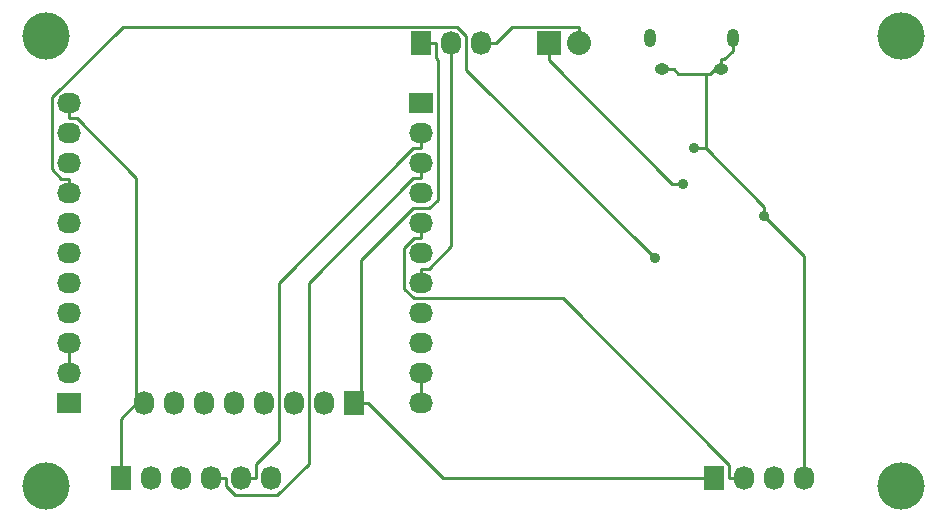
<source format=gbr>
G04 #@! TF.FileFunction,Copper,L2,Bot,Signal*
%FSLAX46Y46*%
G04 Gerber Fmt 4.6, Leading zero omitted, Abs format (unit mm)*
G04 Created by KiCad (PCBNEW (2015-03-05 BZR 5481)-product) date Monday, 13 July 2015 02:26:57 pm*
%MOMM*%
G01*
G04 APERTURE LIST*
%ADD10C,0.100000*%
%ADD11R,2.032000X1.727200*%
%ADD12O,2.032000X1.727200*%
%ADD13R,1.727200X2.032000*%
%ADD14O,1.727200X2.032000*%
%ADD15O,1.250000X0.950000*%
%ADD16O,1.000000X1.550000*%
%ADD17R,2.032000X2.032000*%
%ADD18O,2.032000X2.032000*%
%ADD19C,4.000000*%
%ADD20C,0.889000*%
%ADD21C,0.254000*%
G04 APERTURE END LIST*
D10*
D11*
X52705000Y-29210000D03*
D12*
X52705000Y-31750000D03*
X52705000Y-34290000D03*
X52705000Y-36830000D03*
X52705000Y-39370000D03*
X52705000Y-41910000D03*
X52705000Y-44450000D03*
X52705000Y-46990000D03*
X52705000Y-49530000D03*
X52705000Y-52070000D03*
X52705000Y-54610000D03*
D11*
X22860000Y-54610000D03*
D12*
X22860000Y-52070000D03*
X22860000Y-49530000D03*
X22860000Y-46990000D03*
X22860000Y-44450000D03*
X22860000Y-41910000D03*
X22860000Y-39370000D03*
X22860000Y-36830000D03*
X22860000Y-34290000D03*
X22860000Y-31750000D03*
X22860000Y-29210000D03*
D13*
X46990000Y-54610000D03*
D14*
X44450000Y-54610000D03*
X41910000Y-54610000D03*
X39370000Y-54610000D03*
X36830000Y-54610000D03*
X34290000Y-54610000D03*
X31750000Y-54610000D03*
X29210000Y-54610000D03*
D13*
X52705000Y-24130000D03*
D14*
X55245000Y-24130000D03*
X57785000Y-24130000D03*
D13*
X77470000Y-60960000D03*
D14*
X80010000Y-60960000D03*
X82550000Y-60960000D03*
X85090000Y-60960000D03*
D15*
X78065900Y-26327540D03*
X73065900Y-26327540D03*
D16*
X79065900Y-23627540D03*
X72065900Y-23627540D03*
D17*
X63500000Y-24130000D03*
D18*
X66040000Y-24130000D03*
D13*
X27305000Y-60960000D03*
D14*
X29845000Y-60960000D03*
X32385000Y-60960000D03*
X34925000Y-60960000D03*
X37465000Y-60960000D03*
X40005000Y-60960000D03*
D19*
X20955000Y-23495000D03*
X93345000Y-23495000D03*
X93345000Y-61595000D03*
X20955000Y-61595000D03*
D20*
X75775300Y-33020000D03*
X81727900Y-38735000D03*
X72500000Y-42326300D03*
X74893800Y-35996800D03*
D21*
X29210000Y-54610000D02*
X28587600Y-54610000D01*
X23528200Y-30454900D02*
X22860000Y-30454900D01*
X28587600Y-35514300D02*
X23528200Y-30454900D01*
X28587600Y-54610000D02*
X28587600Y-35514300D01*
X22860000Y-29210000D02*
X22860000Y-30454900D01*
X52705000Y-54610000D02*
X52705000Y-52070000D01*
X27305000Y-55892600D02*
X28587600Y-54610000D01*
X27305000Y-60960000D02*
X27305000Y-55892600D01*
X85090000Y-42097100D02*
X81727900Y-38735000D01*
X85090000Y-60960000D02*
X85090000Y-42097100D01*
X78378500Y-25471200D02*
X78065900Y-25471200D01*
X79065900Y-24783800D02*
X78378500Y-25471200D01*
X79065900Y-23627500D02*
X79065900Y-24783800D01*
X78065900Y-26327500D02*
X78065900Y-25471200D01*
X78065900Y-26327500D02*
X77562800Y-26327500D01*
X81727900Y-37966500D02*
X76781400Y-33020000D01*
X81727900Y-38735000D02*
X81727900Y-37966500D01*
X76781400Y-33020000D02*
X75775300Y-33020000D01*
X60427200Y-22732700D02*
X59029900Y-24130000D01*
X66040000Y-22732700D02*
X60427200Y-22732700D01*
X66040000Y-24130000D02*
X66040000Y-22732700D01*
X57785000Y-24130000D02*
X59029900Y-24130000D01*
X73065900Y-26327500D02*
X74072200Y-26327500D01*
X76781400Y-26718200D02*
X76781400Y-33020000D01*
X77172100Y-26718200D02*
X76781400Y-26718200D01*
X77562800Y-26327500D02*
X77172100Y-26718200D01*
X74462900Y-26718200D02*
X74072200Y-26327500D01*
X76781400Y-26718200D02*
X74462900Y-26718200D01*
X22860000Y-49530000D02*
X22860000Y-52070000D01*
X54584900Y-60960000D02*
X48234900Y-54610000D01*
X77470000Y-60960000D02*
X54584900Y-60960000D01*
X46990000Y-54610000D02*
X47641800Y-54610000D01*
X47641800Y-54610000D02*
X48234900Y-54610000D01*
X52705000Y-24130000D02*
X53949900Y-24130000D01*
X53949900Y-25374900D02*
X53949900Y-24130000D01*
X54102400Y-25527400D02*
X53949900Y-25374900D01*
X54102400Y-37365200D02*
X54102400Y-25527400D01*
X53367600Y-38100000D02*
X54102400Y-37365200D01*
X52034900Y-38100000D02*
X53367600Y-38100000D01*
X47641800Y-42493100D02*
X52034900Y-38100000D01*
X47641800Y-54610000D02*
X47641800Y-42493100D01*
X52036800Y-35534900D02*
X52705000Y-35534900D01*
X43180000Y-44391700D02*
X52036800Y-35534900D01*
X43180000Y-59717400D02*
X43180000Y-44391700D01*
X40518700Y-62378700D02*
X43180000Y-59717400D01*
X36966200Y-62378700D02*
X40518700Y-62378700D01*
X36169900Y-61582400D02*
X36966200Y-62378700D01*
X36169900Y-60960000D02*
X36169900Y-61582400D01*
X34925000Y-60960000D02*
X36169900Y-60960000D01*
X52705000Y-34290000D02*
X52705000Y-35534900D01*
X52036800Y-32994900D02*
X52705000Y-32994900D01*
X40640000Y-44391700D02*
X52036800Y-32994900D01*
X40640000Y-57785000D02*
X40640000Y-44391700D01*
X38709900Y-59715100D02*
X40640000Y-57785000D01*
X38709900Y-60960000D02*
X38709900Y-59715100D01*
X37465000Y-60960000D02*
X38709900Y-60960000D01*
X52705000Y-31750000D02*
X52705000Y-32994900D01*
X78765100Y-59787200D02*
X78765100Y-60960000D01*
X64697800Y-45719900D02*
X78765100Y-59787200D01*
X52057800Y-45719900D02*
X64697800Y-45719900D01*
X51274800Y-44936900D02*
X52057800Y-45719900D01*
X51274800Y-41422700D02*
X51274800Y-44936900D01*
X52082600Y-40614900D02*
X51274800Y-41422700D01*
X52705000Y-40614900D02*
X52082600Y-40614900D01*
X80010000Y-60960000D02*
X78765100Y-60960000D01*
X52705000Y-39370000D02*
X52705000Y-40614900D01*
X55245000Y-41287500D02*
X55245000Y-25527300D01*
X53327400Y-43205100D02*
X55245000Y-41287500D01*
X52705000Y-43205100D02*
X53327400Y-43205100D01*
X52705000Y-44450000D02*
X52705000Y-43205100D01*
X55245000Y-24130000D02*
X55245000Y-25527300D01*
X22237600Y-35585100D02*
X22860000Y-35585100D01*
X21439200Y-34786700D02*
X22237600Y-35585100D01*
X21439200Y-28697500D02*
X21439200Y-34786700D01*
X27427900Y-22708800D02*
X21439200Y-28697500D01*
X55742600Y-22708800D02*
X27427900Y-22708800D01*
X56540000Y-23506200D02*
X55742600Y-22708800D01*
X56540000Y-26366300D02*
X56540000Y-23506200D01*
X72500000Y-42326300D02*
X56540000Y-26366300D01*
X22860000Y-36830000D02*
X22860000Y-35585100D01*
X63500000Y-24130000D02*
X63500000Y-25527300D01*
X73969500Y-35996800D02*
X74893800Y-35996800D01*
X63500000Y-25527300D02*
X73969500Y-35996800D01*
M02*

</source>
